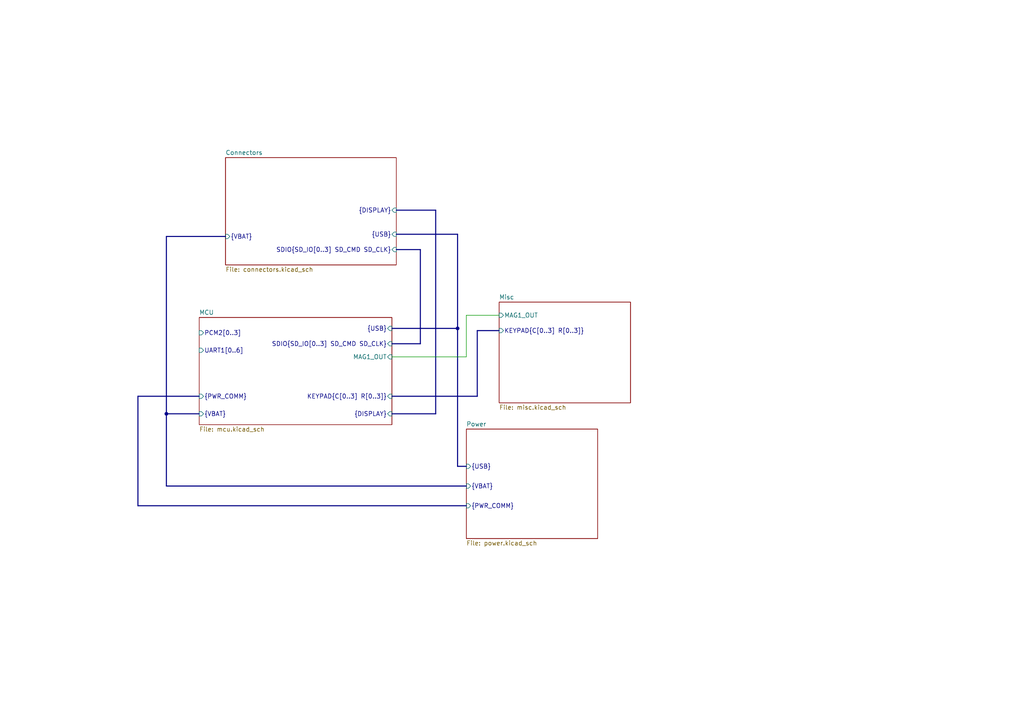
<source format=kicad_sch>
(kicad_sch (version 20230121) (generator eeschema)

  (uuid 194f3002-cdfe-4c02-828d-0f9a04309e79)

  (paper "A4")

  (lib_symbols
  )

  (bus_alias "USB" (members "VBUS" "D+" "D-" "CC1" "CC2"))
  (bus_alias "VBAT" (members "V+" "TEMP"))
  (junction (at 132.715 95.25) (diameter 0) (color 0 0 0 0)
    (uuid abfb4095-b81a-416e-af6d-a9817575983e)
  )
  (junction (at 48.26 120.015) (diameter 0) (color 0 0 0 0)
    (uuid d251cec8-000a-4851-88fe-aaf90650dbf2)
  )

  (bus (pts (xy 135.255 135.255) (xy 132.715 135.255))
    (stroke (width 0) (type default))
    (uuid 10a0de0e-e70a-4f41-bd06-3469d1f3a5cf)
  )
  (bus (pts (xy 113.665 99.695) (xy 121.92 99.695))
    (stroke (width 0) (type default))
    (uuid 1b37b9a5-08e4-4fdc-ab3d-6153ed0a96e7)
  )
  (bus (pts (xy 114.935 60.96) (xy 126.365 60.96))
    (stroke (width 0) (type default))
    (uuid 1b5deec4-7c6a-4199-a8c2-f8c115262322)
  )
  (bus (pts (xy 113.665 95.25) (xy 132.715 95.25))
    (stroke (width 0) (type default))
    (uuid 3b5094c8-f2ea-4293-8d75-b1fcb1e4675c)
  )
  (bus (pts (xy 48.26 140.97) (xy 135.255 140.97))
    (stroke (width 0) (type default))
    (uuid 3ceb5917-0aad-484d-bd03-52cc7570b452)
  )
  (bus (pts (xy 132.715 95.25) (xy 132.715 67.945))
    (stroke (width 0) (type default))
    (uuid 3cf9a018-e15b-4d67-95f0-4f5b0b825650)
  )
  (bus (pts (xy 113.665 120.015) (xy 126.365 120.015))
    (stroke (width 0) (type default))
    (uuid 47e11192-a849-46d4-ba06-c3a432e8403a)
  )
  (bus (pts (xy 48.26 120.015) (xy 48.26 140.97))
    (stroke (width 0) (type default))
    (uuid 4b652a59-76d5-4337-9915-2188f0c2b281)
  )
  (bus (pts (xy 114.935 72.39) (xy 121.92 72.39))
    (stroke (width 0) (type default))
    (uuid 4d224a63-1ac6-417c-869c-0f6912bbc1db)
  )
  (bus (pts (xy 113.665 114.935) (xy 138.43 114.935))
    (stroke (width 0) (type default))
    (uuid 4e806d15-2be8-4ad9-b7a4-567a6ede48b3)
  )
  (bus (pts (xy 144.78 95.885) (xy 138.43 95.885))
    (stroke (width 0) (type default))
    (uuid 50921966-347d-4c80-8975-5cba8d93f081)
  )
  (bus (pts (xy 48.26 120.015) (xy 57.785 120.015))
    (stroke (width 0) (type default))
    (uuid 57c733d1-d40e-4501-a3b5-0dfeff50c2c1)
  )
  (bus (pts (xy 40.005 146.685) (xy 135.255 146.685))
    (stroke (width 0) (type default))
    (uuid 5d1613d2-f9a1-429b-be94-b9a69039b755)
  )
  (bus (pts (xy 40.005 114.935) (xy 57.785 114.935))
    (stroke (width 0) (type default))
    (uuid 633f8b47-8400-4147-bb84-5b395b3f8b67)
  )
  (bus (pts (xy 132.715 95.25) (xy 132.715 135.255))
    (stroke (width 0) (type default))
    (uuid 67a31451-738c-43f3-b6e0-0ababf9ef778)
  )

  (wire (pts (xy 135.255 103.505) (xy 135.255 91.44))
    (stroke (width 0) (type default))
    (uuid 6ccebdfa-00d6-426f-9614-0d24610e7984)
  )
  (bus (pts (xy 48.26 68.58) (xy 48.26 120.015))
    (stroke (width 0) (type default))
    (uuid 910d82a9-4eb0-4aaa-9843-048afc5f762d)
  )
  (bus (pts (xy 121.92 72.39) (xy 121.92 99.695))
    (stroke (width 0) (type default))
    (uuid a69c57a2-162b-4f5f-89cd-a704cfcd5bad)
  )
  (bus (pts (xy 40.005 146.685) (xy 40.005 114.935))
    (stroke (width 0) (type default))
    (uuid b9fcdd3e-290b-4488-8eb2-7bf2b479ce72)
  )
  (bus (pts (xy 48.26 68.58) (xy 65.405 68.58))
    (stroke (width 0) (type default))
    (uuid bd7bd776-ef48-4034-bb29-d9a52c0761dd)
  )
  (bus (pts (xy 132.715 67.945) (xy 114.935 67.945))
    (stroke (width 0) (type default))
    (uuid c2ce6c98-9d9f-4950-b492-c6c19f2a7fb8)
  )

  (wire (pts (xy 135.255 91.44) (xy 144.78 91.44))
    (stroke (width 0) (type default))
    (uuid e295a3b6-bf2e-488d-86c4-938efad0aa3d)
  )
  (bus (pts (xy 138.43 95.885) (xy 138.43 114.935))
    (stroke (width 0) (type default))
    (uuid f510b3b8-8b0f-4612-a5ee-57d5d9f1309d)
  )

  (wire (pts (xy 113.665 103.505) (xy 135.255 103.505))
    (stroke (width 0) (type default))
    (uuid f9ba0a5e-3780-4ba1-aced-44561513ee89)
  )
  (bus (pts (xy 126.365 60.96) (xy 126.365 120.015))
    (stroke (width 0) (type default))
    (uuid faed5b83-94c1-43b2-a464-11e43a622e44)
  )

  (sheet (at 57.785 92.075) (size 55.88 31.115) (fields_autoplaced)
    (stroke (width 0.1524) (type solid))
    (fill (color 0 0 0 0.0000))
    (uuid 052dfb19-d4c3-4f9a-89f7-efcb2cee26a2)
    (property "Sheetname" "MCU" (at 57.785 91.3634 0)
      (effects (font (size 1.27 1.27)) (justify left bottom))
    )
    (property "Sheetfile" "mcu.kicad_sch" (at 57.785 123.7746 0)
      (effects (font (size 1.27 1.27)) (justify left top))
    )
    (pin "UART1[0..6]" input (at 57.785 101.6 180)
      (effects (font (size 1.27 1.27)) (justify left))
      (uuid e6553f24-7d43-4eb8-ad43-54821afdb212)
    )
    (pin "{USB}" input (at 113.665 95.25 0)
      (effects (font (size 1.27 1.27)) (justify right))
      (uuid 67ed1707-327f-4cfc-b9f4-f594e90b687d)
    )
    (pin "PCM2[0..3]" input (at 57.785 96.52 180)
      (effects (font (size 1.27 1.27)) (justify left))
      (uuid 0c9c6923-1f3d-4b24-b0d0-f6c53539ba2e)
    )
    (pin "KEYPAD{C[0..3] R[0..3]}" input (at 113.665 114.935 0)
      (effects (font (size 1.27 1.27)) (justify right))
      (uuid 2a990f3f-447e-4d0e-975e-847afc56630b)
    )
    (pin "{DISPLAY}" input (at 113.665 120.015 0)
      (effects (font (size 1.27 1.27)) (justify right))
      (uuid f9295011-bbd1-46ef-a8bf-8f4115ad0a3c)
    )
    (pin "SDIO{SD_IO[0..3] SD_CMD SD_CLK}" input (at 113.665 99.695 0)
      (effects (font (size 1.27 1.27)) (justify right))
      (uuid dec77770-2fa6-49e5-90e3-e35093b42a60)
    )
    (pin "{VBAT}" input (at 57.785 120.015 180)
      (effects (font (size 1.27 1.27)) (justify left))
      (uuid 1835b559-854d-496b-91df-cc7f72e84920)
    )
    (pin "{PWR_COMM}" input (at 57.785 114.935 180)
      (effects (font (size 1.27 1.27)) (justify left))
      (uuid a0ce462d-ac7c-4f04-829c-d5244b71cb5a)
    )
    (pin "MAG1_OUT" input (at 113.665 103.505 0)
      (effects (font (size 1.27 1.27)) (justify right))
      (uuid e8821007-0ab8-46ed-87f8-f454fe88e897)
    )
    (instances
      (project "mvpUI"
        (path "/194f3002-cdfe-4c02-828d-0f9a04309e79" (page "5"))
      )
    )
  )

  (sheet (at 65.405 45.72) (size 49.53 31.115) (fields_autoplaced)
    (stroke (width 0.1524) (type solid))
    (fill (color 0 0 0 0.0000))
    (uuid 9edae86a-843d-46b7-8daf-4162dc877d56)
    (property "Sheetname" "Connectors" (at 65.405 45.0084 0)
      (effects (font (size 1.27 1.27)) (justify left bottom))
    )
    (property "Sheetfile" "connectors.kicad_sch" (at 65.405 77.4196 0)
      (effects (font (size 1.27 1.27)) (justify left top))
    )
    (pin "{USB}" input (at 114.935 67.945 0)
      (effects (font (size 1.27 1.27)) (justify right))
      (uuid ce34e171-9948-4514-a573-e4c1d348fee7)
    )
    (pin "SDIO{SD_IO[0..3] SD_CMD SD_CLK}" input (at 114.935 72.39 0)
      (effects (font (size 1.27 1.27)) (justify right))
      (uuid 0a9e007e-6958-48df-a528-3ac41c217ddd)
    )
    (pin "{VBAT}" input (at 65.405 68.58 180)
      (effects (font (size 1.27 1.27)) (justify left))
      (uuid 96203661-8d5c-42fa-899a-5bbe31db01b8)
    )
    (pin "{DISPLAY}" input (at 114.935 60.96 0)
      (effects (font (size 1.27 1.27)) (justify right))
      (uuid 695b7111-610e-4290-9900-2796b696e0b3)
    )
    (instances
      (project "mvpUI"
        (path "/194f3002-cdfe-4c02-828d-0f9a04309e79" (page "3"))
      )
    )
  )

  (sheet (at 135.255 124.46) (size 38.1 31.75) (fields_autoplaced)
    (stroke (width 0.1524) (type solid))
    (fill (color 0 0 0 0.0000))
    (uuid a033e36f-2671-48e2-a11d-ef50d57ac151)
    (property "Sheetname" "Power" (at 135.255 123.7484 0)
      (effects (font (size 1.27 1.27)) (justify left bottom))
    )
    (property "Sheetfile" "power.kicad_sch" (at 135.255 156.7946 0)
      (effects (font (size 1.27 1.27)) (justify left top))
    )
    (pin "{VBAT}" input (at 135.255 140.97 180)
      (effects (font (size 1.27 1.27)) (justify left))
      (uuid f9ea1fe7-2311-453b-af66-8dc0d749603c)
    )
    (pin "{USB}" input (at 135.255 135.255 180)
      (effects (font (size 1.27 1.27)) (justify left))
      (uuid d6f98ad7-2c3c-4f58-91f0-e6bccb23777c)
    )
    (pin "{PWR_COMM}" input (at 135.255 146.685 180)
      (effects (font (size 1.27 1.27)) (justify left))
      (uuid 7ac5ac2b-944b-475d-9f42-7233c2cf827b)
    )
    (instances
      (project "mvpUI"
        (path "/194f3002-cdfe-4c02-828d-0f9a04309e79" (page "6"))
      )
    )
  )

  (sheet (at 144.78 87.63) (size 38.1 29.21) (fields_autoplaced)
    (stroke (width 0.1524) (type solid))
    (fill (color 0 0 0 0.0000))
    (uuid c29b8f0a-cc5e-41ba-af62-8e55b06c768b)
    (property "Sheetname" "Misc" (at 144.78 86.9184 0)
      (effects (font (size 1.27 1.27)) (justify left bottom))
    )
    (property "Sheetfile" "misc.kicad_sch" (at 144.78 117.4246 0)
      (effects (font (size 1.27 1.27)) (justify left top))
    )
    (pin "MAG1_OUT" input (at 144.78 91.44 180)
      (effects (font (size 1.27 1.27)) (justify left))
      (uuid 42a6c54f-c814-4a6a-b9cf-c10dbeb7139f)
    )
    (pin "KEYPAD{C[0..3] R[0..3]}" input (at 144.78 95.885 180)
      (effects (font (size 1.27 1.27)) (justify left))
      (uuid c040cd3e-7f11-41e1-93cc-7b743e3c2110)
    )
    (instances
      (project "mvpUI"
        (path "/194f3002-cdfe-4c02-828d-0f9a04309e79" (page "6"))
      )
    )
  )

  (sheet_instances
    (path "/" (page "1"))
  )
)

</source>
